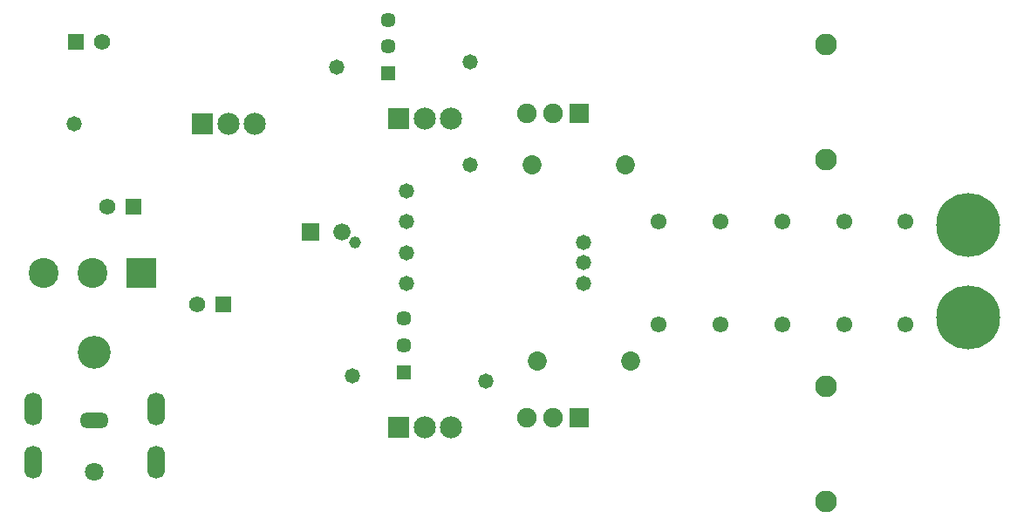
<source format=gbr>
%TF.GenerationSoftware,Altium Limited,Altium Designer,21.2.1 (34)*%
G04 Layer_Color=16711935*
%FSLAX26Y26*%
%MOIN*%
%TF.SameCoordinates,2E7F18B9-7671-40DC-A7DD-494BE6684AB2*%
%TF.FilePolarity,Negative*%
%TF.FileFunction,Soldermask,Bot*%
%TF.Part,Single*%
G01*
G75*
%TA.AperFunction,ComponentPad*%
%ADD31R,0.061811X0.061811*%
%ADD32C,0.061811*%
%ADD49R,0.084181X0.084181*%
%ADD50C,0.084181*%
%ADD51R,0.057213X0.057213*%
%ADD52C,0.057213*%
%ADD53C,0.244220*%
%ADD54C,0.061150*%
%ADD55C,0.114299*%
%ADD56R,0.114299X0.114299*%
%ADD57R,0.065843X0.065843*%
%ADD58C,0.065843*%
%ADD59C,0.046157*%
%ADD60R,0.074929X0.074929*%
%ADD61C,0.074929*%
%ADD62C,0.072961*%
%ADD63C,0.083000*%
%ADD64R,0.084378X0.084378*%
%ADD65C,0.084378*%
%ADD66C,0.070992*%
%ADD67O,0.067370X0.126740*%
%ADD68O,0.110992X0.059496*%
%ADD69C,0.126110*%
%TA.AperFunction,ViaPad*%
%ADD70C,0.058000*%
D31*
X205905Y1929134D02*
D03*
X424016Y1299213D02*
D03*
X769291Y925197D02*
D03*
D32*
X305906Y1929134D02*
D03*
X324016Y1299213D02*
D03*
X669291Y925197D02*
D03*
D49*
X1437008Y1633858D02*
D03*
Y452756D02*
D03*
D50*
X1537008Y1633858D02*
D03*
X1637008D02*
D03*
Y452756D02*
D03*
X1537008D02*
D03*
D51*
X1397637Y1807087D02*
D03*
X1456692Y665354D02*
D03*
D52*
X1397637Y1909449D02*
D03*
Y2011811D02*
D03*
X1456692Y870079D02*
D03*
Y767717D02*
D03*
D53*
X3614173Y1227362D02*
D03*
Y873032D02*
D03*
D54*
X2431102Y1240158D02*
D03*
Y846457D02*
D03*
X2667323Y1240158D02*
D03*
Y846457D02*
D03*
X2903543Y1240158D02*
D03*
Y846457D02*
D03*
X3139764Y1240158D02*
D03*
Y846457D02*
D03*
X3375984Y1240158D02*
D03*
Y846457D02*
D03*
D55*
X267716Y1043307D02*
D03*
X82677D02*
D03*
D56*
X452756D02*
D03*
D57*
X1102361Y1200787D02*
D03*
D58*
X1220472D02*
D03*
D59*
X1270865Y1162205D02*
D03*
D60*
X2127559Y492126D02*
D03*
X2127558Y1653543D02*
D03*
D61*
X2027559Y492126D02*
D03*
X1927559D02*
D03*
X2027558Y1653543D02*
D03*
X1927558D02*
D03*
D62*
X2322835Y708661D02*
D03*
X1968504D02*
D03*
X1948819Y1456693D02*
D03*
X2303150D02*
D03*
D63*
X3070865Y610236D02*
D03*
Y170236D02*
D03*
Y1476378D02*
D03*
Y1916378D02*
D03*
D64*
X687402Y1614173D02*
D03*
D65*
X787402D02*
D03*
X887402D02*
D03*
D66*
X275591Y283465D02*
D03*
D67*
X509842Y525591D02*
D03*
Y320866D02*
D03*
X41339D02*
D03*
Y525591D02*
D03*
D68*
X275591Y480315D02*
D03*
D69*
Y742126D02*
D03*
D70*
X196850Y1614173D02*
D03*
X2145669Y1161417D02*
D03*
Y1082677D02*
D03*
Y1003937D02*
D03*
X1466693D02*
D03*
Y1122047D02*
D03*
Y1240158D02*
D03*
Y1358268D02*
D03*
X1259842Y649606D02*
D03*
X1771653Y629921D02*
D03*
X1712598Y1850394D02*
D03*
Y1456693D02*
D03*
X1200787Y1830709D02*
D03*
%TF.MD5,99ba7c9c16cbb0c4cfaa709129a38bf0*%
M02*

</source>
